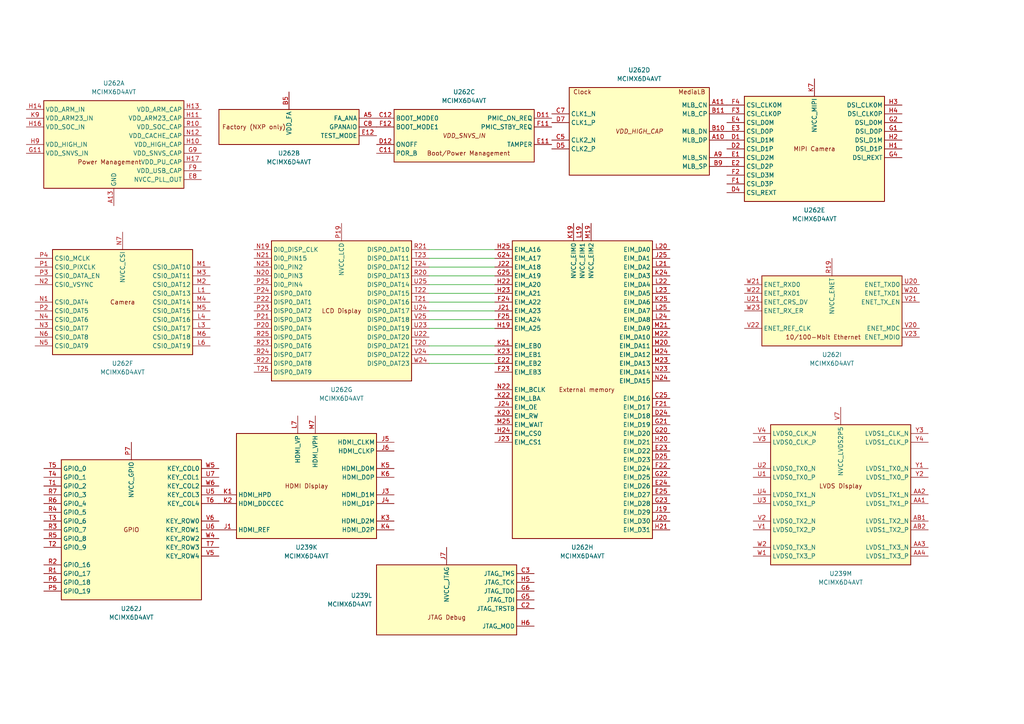
<source format=kicad_sch>
(kicad_sch (version 20250114) (generator "eeschema") (generator_version "9.0")
  (paper "A4")
  (wire (pts (xy 143.51 74.93) (xy 124.46 74.93)))
  (wire (pts (xy 143.51 102.87) (xy 124.46 102.87)))
  (wire (pts (xy 143.51 95.25) (xy 124.46 95.25)))
  (wire (pts (xy 143.51 87.63) (xy 124.46 87.63)))
  (wire (pts (xy 143.51 82.55) (xy 124.46 82.55)))
  (wire (pts (xy 143.51 90.17) (xy 124.46 90.17)))
  (wire (pts (xy 143.51 105.41) (xy 124.46 105.41)))
  (wire (pts (xy 143.51 80.01) (xy 124.46 80.01)))
  (wire (pts (xy 143.51 100.33) (xy 124.46 100.33)))
  (wire (pts (xy 143.51 77.47) (xy 124.46 77.47)))
  (wire (pts (xy 143.51 85.09) (xy 124.46 85.09)))
  (wire (pts (xy 143.51 72.39) (xy 124.46 72.39)))
  (wire (pts (xy 143.51 92.71) (xy 124.46 92.71)))
  (symbol (lib_id "CPU_NXP_IMX:MCIMX6D4AVT") (at 241.3 90.17 0) (unit 9)
    (property "Reference" "U262" (at 241.3 102.87 0))
    (property "Value" "MCIMX6D4AVT" (at 241.3 105.41 0))
    (property "Footprint" "Package_BGA:BGA-624_21x21mm_Layout25x25_P0.8mm" (effects (hide yes)))
    (property "Datasheet" "https://www.nxp.com/docs/en/data-sheet/IMX6DQAEC.pdf" (effects (hide yes)))
    (property "Description" "i.MX 6Dual Automotive and Infotainment Application Processor, BGA-624" (effects (hide yes)))
  )
  (symbol (lib_id "CPU_NXP_IMX:MCIMX6D4AVT") (at 88.9 140.97 0) (unit 11)
    (property "Reference" "U239" (at 88.9 158.75 0))
    (property "Value" "MCIMX6D4AVT" (at 88.9 161.29 0))
    (property "Footprint" "Package_BGA:BGA-624_21x21mm_Layout25x25_P0.8mm" (effects (hide yes)))
    (property "Datasheet" "https://www.nxp.com/docs/en/data-sheet/IMX6DQAEC.pdf" (effects (hide yes)))
    (property "Description" "i.MX 6Dual Automotive and Infotainment Application Processor, BGA-624" (effects (hide yes)))
  )
  (symbol (lib_id "CPU_NXP_IMX:MCIMX6D4AVT") (at 243.84 143.51 0) (unit 13)
    (property "Reference" "U239" (at 243.84 166.37 0))
    (property "Value" "MCIMX6D4AVT" (at 243.84 168.91 0))
    (property "Footprint" "Package_BGA:BGA-624_21x21mm_Layout25x25_P0.8mm" (effects (hide yes)))
    (property "Datasheet" "https://www.nxp.com/docs/en/data-sheet/IMX6DQAEC.pdf" (effects (hide yes)))
    (property "Description" "i.MX 6Dual Automotive and Infotainment Application Processor, BGA-624" (effects (hide yes)))
  )
  (symbol (lib_id "CPU_NXP_IMX:MCIMX6D4AVT") (at 129.54 173.99 0) (unit 12)
    (property "Reference" "U239" (at 107.95 172.7199 0) (effects (justify right)))
    (property "Value" "MCIMX6D4AVT" (at 107.95 175.2599 0) (effects (justify right)))
    (property "Footprint" "Package_BGA:BGA-624_21x21mm_Layout25x25_P0.8mm" (effects (hide yes)))
    (property "Datasheet" "https://www.nxp.com/docs/en/data-sheet/IMX6DQAEC.pdf" (effects (hide yes)))
    (property "Description" "i.MX 6Dual Automotive and Infotainment Application Processor, BGA-624" (effects (hide yes)))
  )
  (symbol (lib_id "CPU_NXP_IMX:MCIMX6D4AVT") (at 38.1 153.67 0) (unit 10)
    (property "Reference" "U262" (at 38.1 176.53 0))
    (property "Value" "MCIMX6D4AVT" (at 38.1 179.07 0))
    (property "Footprint" "Package_BGA:BGA-624_21x21mm_Layout25x25_P0.8mm" (effects (hide yes)))
    (property "Datasheet" "https://www.nxp.com/docs/en/data-sheet/IMX6DQAEC.pdf" (effects (hide yes)))
    (property "Description" "i.MX 6Dual Automotive and Infotainment Application Processor, BGA-624" (effects (hide yes)))
  )
  (symbol (lib_id "CPU_NXP_IMX:MCIMX6D4AVT") (at 35.56 87.63 0) (unit 6)
    (property "Reference" "U262" (at 35.56 105.41 0))
    (property "Value" "MCIMX6D4AVT" (at 35.56 107.95 0))
    (property "Footprint" "Package_BGA:BGA-624_21x21mm_Layout25x25_P0.8mm" (effects (hide yes)))
    (property "Datasheet" "https://www.nxp.com/docs/en/data-sheet/IMX6DQAEC.pdf" (effects (hide yes)))
    (property "Description" "i.MX 6Dual Automotive and Infotainment Application Processor, BGA-624" (effects (hide yes)))
  )
  (symbol (lib_id "CPU_NXP_IMX:MCIMX6D4AVT") (at 33.02 41.91 0) (unit 1)
    (property "Reference" "U262" (at 33.02 24.13 0))
    (property "Value" "MCIMX6D4AVT" (at 33.02 26.67 0))
    (property "Footprint" "Package_BGA:BGA-624_21x21mm_Layout25x25_P0.8mm" (effects (hide yes)))
    (property "Datasheet" "https://www.nxp.com/docs/en/data-sheet/IMX6DQAEC.pdf" (effects (hide yes)))
    (property "Description" "i.MX 6Dual Automotive and Infotainment Application Processor, BGA-624" (effects (hide yes)))
  )
  (symbol (lib_id "CPU_NXP_IMX:MCIMX6D4AVT") (at 134.62 39.37 0) (unit 3)
    (property "Reference" "U262" (at 134.62 26.67 0))
    (property "Value" "MCIMX6D4AVT" (at 134.62 29.21 0))
    (property "Footprint" "Package_BGA:BGA-624_21x21mm_Layout25x25_P0.8mm" (effects (hide yes)))
    (property "Datasheet" "https://www.nxp.com/docs/en/data-sheet/IMX6DQAEC.pdf" (effects (hide yes)))
    (property "Description" "i.MX 6Dual Automotive and Infotainment Application Processor, BGA-624" (effects (hide yes)))
  )
  (symbol (lib_id "CPU_NXP_IMX:MCIMX6D4AVT") (at 168.91 113.03 0) (unit 8)
    (property "Reference" "U262" (at 168.91 158.75 0))
    (property "Value" "MCIMX6D4AVT" (at 168.91 161.29 0))
    (property "Footprint" "Package_BGA:BGA-624_21x21mm_Layout25x25_P0.8mm" (effects (hide yes)))
    (property "Datasheet" "https://www.nxp.com/docs/en/data-sheet/IMX6DQAEC.pdf" (effects (hide yes)))
    (property "Description" "i.MX 6Dual Automotive and Infotainment Application Processor, BGA-624" (effects (hide yes)))
  )
  (symbol (lib_id "CPU_NXP_IMX:MCIMX6D4AVT") (at 99.06 90.17 0) (unit 7)
    (property "Reference" "U262" (at 99.06 113.03 0))
    (property "Value" "MCIMX6D4AVT" (at 99.06 115.57 0))
    (property "Footprint" "Package_BGA:BGA-624_21x21mm_Layout25x25_P0.8mm" (effects (hide yes)))
    (property "Datasheet" "https://www.nxp.com/docs/en/data-sheet/IMX6DQAEC.pdf" (effects (hide yes)))
    (property "Description" "i.MX 6Dual Automotive and Infotainment Application Processor, BGA-624" (effects (hide yes)))
  )
  (symbol (lib_id "CPU_NXP_IMX:MCIMX6D4AVT") (at 185.42 38.1 0) (unit 4)
    (property "Reference" "U262" (at 185.42 20.32 0))
    (property "Value" "MCIMX6D4AVT" (at 185.42 22.86 0))
    (property "Footprint" "Package_BGA:BGA-624_21x21mm_Layout25x25_P0.8mm" (effects (hide yes)))
    (property "Datasheet" "https://www.nxp.com/docs/en/data-sheet/IMX6DQAEC.pdf" (effects (hide yes)))
    (property "Description" "i.MX 6Dual Automotive and Infotainment Application Processor, BGA-624" (effects (hide yes)))
  )
  (symbol (lib_id "CPU_NXP_IMX:MCIMX6D4AVT") (at 236.22 43.18 0) (unit 5)
    (property "Reference" "U262" (at 236.22 60.96 0))
    (property "Value" "MCIMX6D4AVT" (at 236.22 63.5 0))
    (property "Footprint" "Package_BGA:BGA-624_21x21mm_Layout25x25_P0.8mm" (effects (hide yes)))
    (property "Datasheet" "https://www.nxp.com/docs/en/data-sheet/IMX6DQAEC.pdf" (effects (hide yes)))
    (property "Description" "i.MX 6Dual Automotive and Infotainment Application Processor, BGA-624" (effects (hide yes)))
  )
  (symbol (lib_id "CPU_NXP_IMX:MCIMX6D4AVT") (at 83.82 36.83 0) (unit 2)
    (property "Reference" "U262" (at 83.82 44.45 0))
    (property "Value" "MCIMX6D4AVT" (at 83.82 46.99 0))
    (property "Footprint" "Package_BGA:BGA-624_21x21mm_Layout25x25_P0.8mm" (effects (hide yes)))
    (property "Datasheet" "https://www.nxp.com/docs/en/data-sheet/IMX6DQAEC.pdf" (effects (hide yes)))
    (property "Description" "i.MX 6Dual Automotive and Infotainment Application Processor, BGA-624" (effects (hide yes)))
  )
)
</source>
